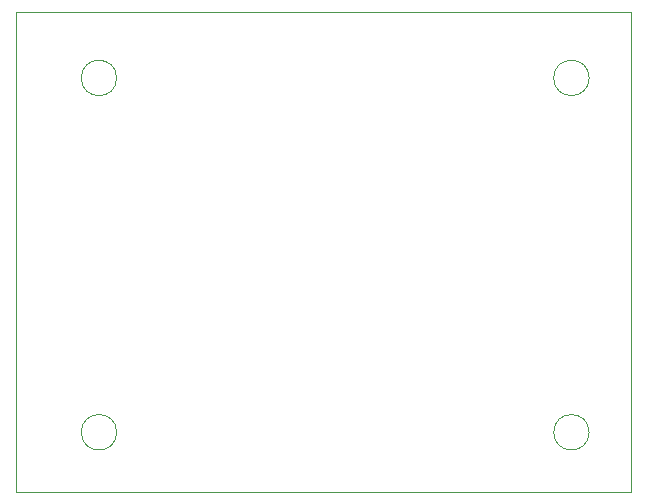
<source format=gbr>
%TF.GenerationSoftware,KiCad,Pcbnew,7.0.9*%
%TF.CreationDate,2023-12-14T14:42:03+01:00*%
%TF.ProjectId,Group15_AMP,47726f75-7031-4355-9f41-4d502e6b6963,00*%
%TF.SameCoordinates,PX66f2fb0PY6bcb370*%
%TF.FileFunction,Profile,NP*%
%FSLAX46Y46*%
G04 Gerber Fmt 4.6, Leading zero omitted, Abs format (unit mm)*
G04 Created by KiCad (PCBNEW 7.0.9) date 2023-12-14 14:42:03*
%MOMM*%
%LPD*%
G01*
G04 APERTURE LIST*
%TA.AperFunction,Profile*%
%ADD10C,0.050000*%
%TD*%
G04 APERTURE END LIST*
D10*
X48550000Y35030000D02*
G75*
G03*
X48550000Y35030000I-1500000J0D01*
G01*
X8550000Y35030000D02*
G75*
G03*
X8550000Y35030000I-1500000J0D01*
G01*
X0Y40640000D02*
X52070000Y40640000D01*
X52070000Y0D01*
X0Y0D01*
X0Y40640000D01*
X48550000Y5030000D02*
G75*
G03*
X48550000Y5030000I-1500000J0D01*
G01*
X8550000Y5030000D02*
G75*
G03*
X8550000Y5030000I-1500000J0D01*
G01*
M02*

</source>
